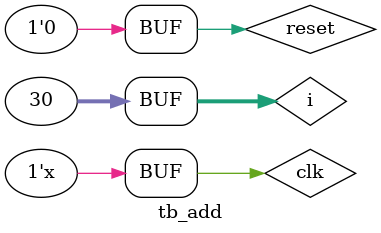
<source format=v>


// nand $4, $1, $1
// 0010 100 001 001 0 00 => 2848

// nand $6, $7, $7
// 0010 110 111 111 0 00 => 2df8

// nand $7, $7, $7
// 0010 111 111 111 0 00 => 2ff8

// Machine code:
// 22a0
// 2848
// 2df8
// 2ff8

module tb_add;
    reg clk, reset;
    wire [15:0] writedata, dataaddr, instr, result, aluout, srca, srcb;
    wire[1:0] state;
    wire memwrite, zero, carry;

    multi_cycle main(clk, reset, writedata, dataaddr, memwrite, instr, srca,srcb, result, aluout, state, zero, carry);

    initial
    begin
        reset <= 1;
        #10;
        reset <= 0;
    end
    integer i;
    initial
    begin
        clk <= 0;
        for (i = 0; i < 30; i = i + 1)
        begin
            #10 clk <= ~clk;
        end
    end

    always @ (posedge clk)
        begin
            $display("Instruction: %h, state=%h", instr, state);
            $display("Now: time=%0d, srca=%0d, srcb=%0d, aluout=%0d, result=%0d, zero=%b, carry=%b\n",$time, srca, srcb, aluout, result, zero, carry);
        end
endmodule
</source>
